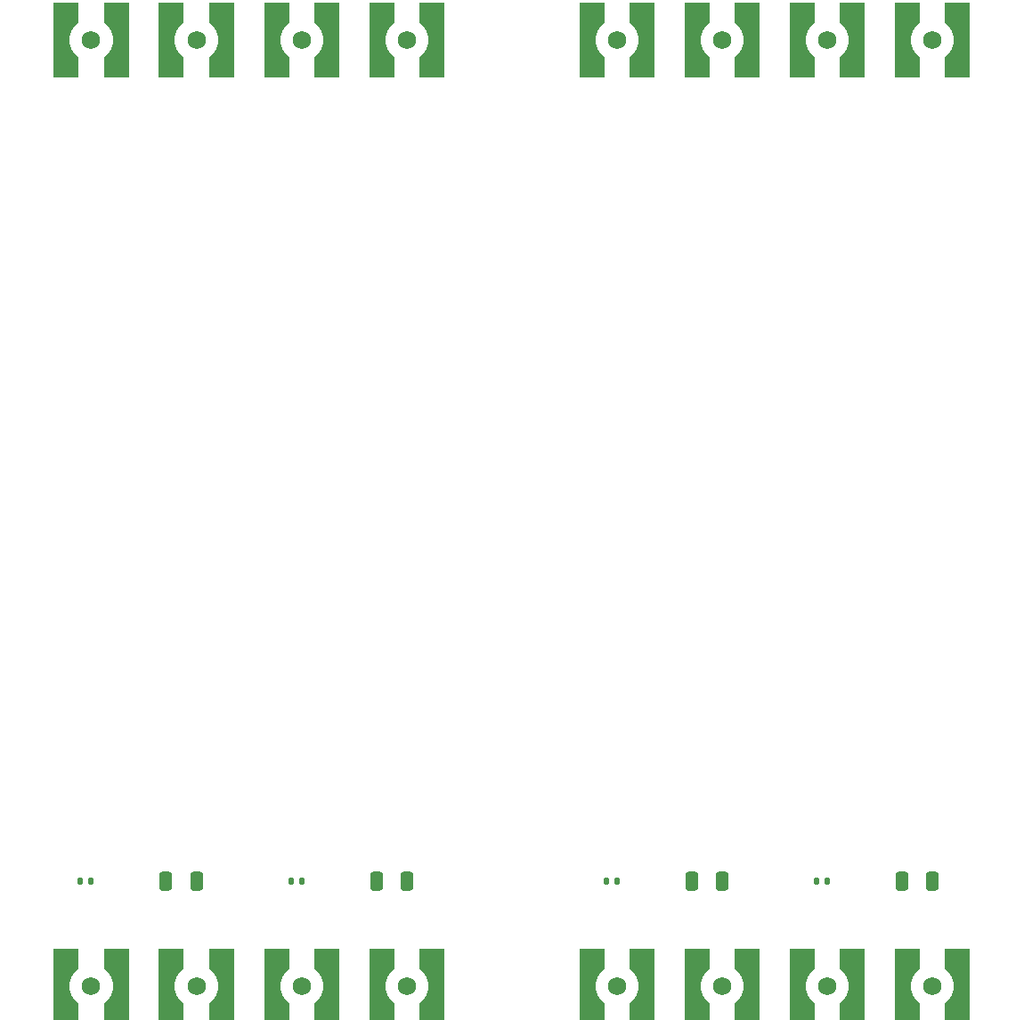
<source format=gbr>
%TF.GenerationSoftware,KiCad,Pcbnew,8.0.3*%
%TF.CreationDate,2024-06-16T14:00:47-05:00*%
%TF.ProjectId,jlcpcb flex RF,6a6c6370-6362-4206-966c-65782052462e,rev?*%
%TF.SameCoordinates,Original*%
%TF.FileFunction,Paste,Top*%
%TF.FilePolarity,Positive*%
%FSLAX46Y46*%
G04 Gerber Fmt 4.6, Leading zero omitted, Abs format (unit mm)*
G04 Created by KiCad (PCBNEW 8.0.3) date 2024-06-16 14:00:47*
%MOMM*%
%LPD*%
G01*
G04 APERTURE LIST*
G04 Aperture macros list*
%AMRoundRect*
0 Rectangle with rounded corners*
0 $1 Rounding radius*
0 $2 $3 $4 $5 $6 $7 $8 $9 X,Y pos of 4 corners*
0 Add a 4 corners polygon primitive as box body*
4,1,4,$2,$3,$4,$5,$6,$7,$8,$9,$2,$3,0*
0 Add four circle primitives for the rounded corners*
1,1,$1+$1,$2,$3*
1,1,$1+$1,$4,$5*
1,1,$1+$1,$6,$7*
1,1,$1+$1,$8,$9*
0 Add four rect primitives between the rounded corners*
20,1,$1+$1,$2,$3,$4,$5,0*
20,1,$1+$1,$4,$5,$6,$7,0*
20,1,$1+$1,$6,$7,$8,$9,0*
20,1,$1+$1,$8,$9,$2,$3,0*%
%AMFreePoly0*
4,1,25,-1.500000,1.420000,-1.360000,1.280000,-1.205000,1.155000,-1.035000,1.045000,-0.860000,0.950000,-0.675000,0.875000,-0.480000,0.820000,-0.280000,0.780000,-0.085000,0.765000,0.085000,0.765000,0.280000,0.780000,0.480000,0.820000,0.675000,0.875000,0.860000,0.950000,1.035000,1.045000,1.205000,1.155000,1.360000,1.280000,1.500000,1.420000,1.645000,1.595000,3.555000,1.595000,
3.555000,-0.755000,-3.555000,-0.755000,-3.555000,1.595000,-1.645000,1.595000,-1.500000,1.420000,-1.500000,1.420000,$1*%
G04 Aperture macros list end*
%ADD10RoundRect,0.250000X-0.350000X-0.650000X0.350000X-0.650000X0.350000X0.650000X-0.350000X0.650000X0*%
%ADD11RoundRect,0.135000X0.135000X0.185000X-0.135000X0.185000X-0.135000X-0.185000X0.135000X-0.185000X0*%
%ADD12C,1.730000*%
%ADD13FreePoly0,270.000000*%
%ADD14FreePoly0,90.000000*%
G04 APERTURE END LIST*
D10*
%TO.C,AE2*%
X87100000Y-135000000D03*
X90000000Y-135000000D03*
%TD*%
D11*
%TO.C,R2*%
X130000000Y-135000000D03*
X128980000Y-135000000D03*
%TD*%
D12*
%TO.C,J8*%
X90000000Y-145000000D03*
D13*
X87200000Y-145000000D03*
D14*
X92800000Y-145000000D03*
%TD*%
D10*
%TO.C,AE4*%
X137100000Y-135000000D03*
X140000000Y-135000000D03*
%TD*%
D12*
%TO.C,J16*%
X140000000Y-145000000D03*
D13*
X137200000Y-145000000D03*
D14*
X142800000Y-145000000D03*
%TD*%
D11*
%TO.C,R1*%
X110000000Y-135000000D03*
X108980000Y-135000000D03*
%TD*%
D12*
%TO.C,J9*%
X110000000Y-55000000D03*
D13*
X107200000Y-55000000D03*
D14*
X112800000Y-55000000D03*
%TD*%
D12*
%TO.C,J4*%
X70000000Y-145000000D03*
D13*
X67200000Y-145000000D03*
D14*
X72800000Y-145000000D03*
%TD*%
D12*
%TO.C,J7*%
X90000000Y-55000000D03*
D13*
X87200000Y-55000000D03*
D14*
X92800000Y-55000000D03*
%TD*%
D12*
%TO.C,J3*%
X70000000Y-55000000D03*
D13*
X67200000Y-55000000D03*
D14*
X72800000Y-55000000D03*
%TD*%
D12*
%TO.C,J11*%
X120000000Y-55000000D03*
D13*
X117200000Y-55000000D03*
D14*
X122800000Y-55000000D03*
%TD*%
D12*
%TO.C,J10*%
X110000000Y-145000000D03*
D13*
X107200000Y-145000000D03*
D14*
X112800000Y-145000000D03*
%TD*%
D12*
%TO.C,J14*%
X130000000Y-145000000D03*
D13*
X127200000Y-145000000D03*
D14*
X132800000Y-145000000D03*
%TD*%
D12*
%TO.C,J15*%
X140000000Y-55000000D03*
D13*
X137200000Y-55000000D03*
D14*
X142800000Y-55000000D03*
%TD*%
D10*
%TO.C,AE1*%
X67100000Y-135000000D03*
X70000000Y-135000000D03*
%TD*%
D12*
%TO.C,J12*%
X120000000Y-145000000D03*
D13*
X117200000Y-145000000D03*
D14*
X122800000Y-145000000D03*
%TD*%
D11*
%TO.C,R6*%
X80000000Y-135000000D03*
X78980000Y-135000000D03*
%TD*%
D12*
%TO.C,J6*%
X80000000Y-145000000D03*
D13*
X77200000Y-145000000D03*
D14*
X82800000Y-145000000D03*
%TD*%
D12*
%TO.C,J2*%
X60000000Y-145000000D03*
D13*
X57200000Y-145000000D03*
D14*
X62800000Y-145000000D03*
%TD*%
D11*
%TO.C,R3*%
X60000000Y-135000000D03*
X58980000Y-135000000D03*
%TD*%
D10*
%TO.C,AE3*%
X117100000Y-135000000D03*
X120000000Y-135000000D03*
%TD*%
D12*
%TO.C,J13*%
X130000000Y-55000000D03*
D13*
X127200000Y-55000000D03*
D14*
X132800000Y-55000000D03*
%TD*%
D12*
%TO.C,J1*%
X60000000Y-55000000D03*
D13*
X57200000Y-55000000D03*
D14*
X62800000Y-55000000D03*
%TD*%
D12*
%TO.C,J5*%
X80000000Y-55000000D03*
D13*
X77200000Y-55000000D03*
D14*
X82800000Y-55000000D03*
%TD*%
M02*

</source>
